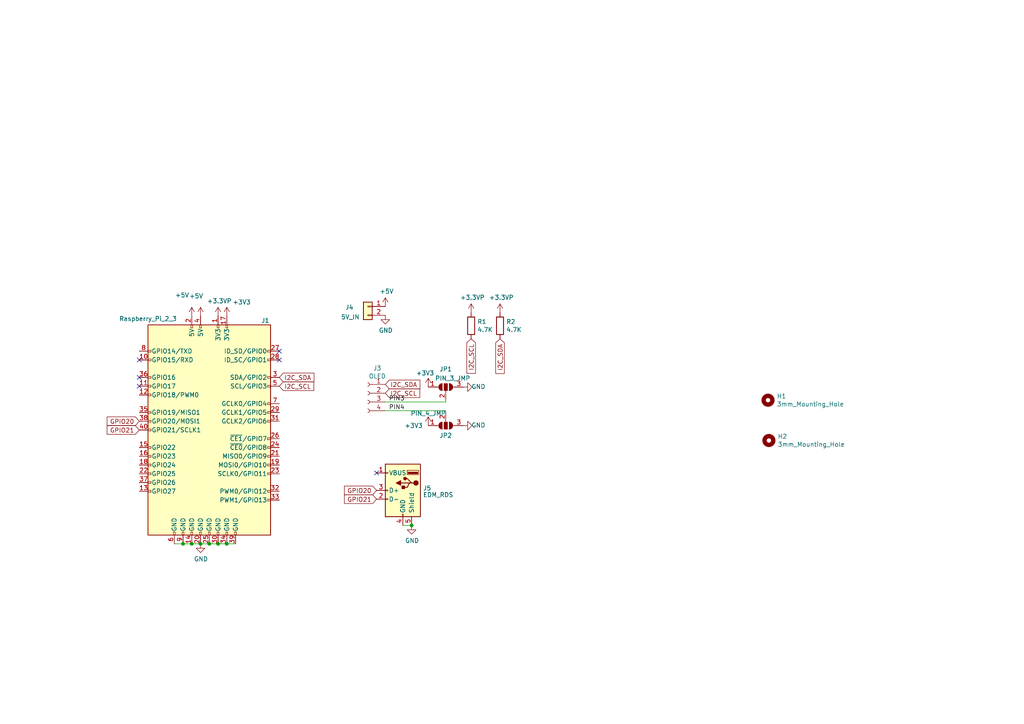
<source format=kicad_sch>
(kicad_sch (version 20230121) (generator eeschema)
  (paper "A4")
  (title_block (title "PiOLED") (date "2023-02-23") (rev "v3") (company "Scott Hanson"))
  (lib_symbols
    (symbol "Connector:Raspberry_Pi_2_3" (pin_names (offset 1.016))
      (property "Reference" "J" (at -17.78 31.75 0))
      (property "Value" "Raspberry_Pi_2_3" (at 10.16 -31.75 0))
      (symbol "Raspberry_Pi_2_3_0_1"
        (rectangle (start -17.78 30.48) (end 17.78 -30.48) (stroke (width 0.254)) (fill (type background)))
      )
      (symbol "Raspberry_Pi_2_3_1_1"
        (rectangle (start -16.891 -17.526) (end -17.78 -18.034))
        (rectangle (start -16.891 -14.986) (end -17.78 -15.494))
        (rectangle (start -16.891 -12.446) (end -17.78 -12.954))
        (rectangle (start -16.891 -9.906) (end -17.78 -10.414))
        (rectangle (start -16.891 -7.366) (end -17.78 -7.874))
        (rectangle (start -16.891 -4.826) (end -17.78 -5.334))
        (rectangle (start -16.891 0.254) (end -17.78 -0.254))
        (rectangle (start -16.891 2.794) (end -17.78 2.286))
        (rectangle (start -16.891 5.334) (end -17.78 4.826))
        (rectangle (start -16.891 10.414) (end -17.78 9.906))
        (rectangle (start -16.891 12.954) (end -17.78 12.446))
        (rectangle (start -16.891 15.494) (end -17.78 14.986))
        (rectangle (start -16.891 20.574) (end -17.78 20.066))
        (rectangle (start -16.891 23.114) (end -17.78 22.606))
        (rectangle (start -10.414 -29.591) (end -9.906 -30.48))
        (rectangle (start -7.874 -29.591) (end -7.366 -30.48))
        (rectangle (start -5.334 -29.591) (end -4.826 -30.48))
        (rectangle (start -5.334 30.48) (end -4.826 29.591))
        (rectangle (start -2.794 -29.591) (end -2.286 -30.48))
        (rectangle (start -2.794 30.48) (end -2.286 29.591))
        (rectangle (start -0.254 -29.591) (end 0.254 -30.48))
        (rectangle (start 2.286 -29.591) (end 2.794 -30.48))
        (rectangle (start 2.286 30.48) (end 2.794 29.591))
        (rectangle (start 4.826 -29.591) (end 5.334 -30.48))
        (rectangle (start 4.826 30.48) (end 5.334 29.591))
        (rectangle (start 7.366 -29.591) (end 7.874 -30.48))
        (rectangle (start 17.78 -20.066) (end 16.891 -20.574))
        (rectangle (start 17.78 -17.526) (end 16.891 -18.034))
        (rectangle (start 17.78 -12.446) (end 16.891 -12.954))
        (rectangle (start 17.78 -9.906) (end 16.891 -10.414))
        (rectangle (start 17.78 -7.366) (end 16.891 -7.874))
        (rectangle (start 17.78 -4.826) (end 16.891 -5.334))
        (rectangle (start 17.78 -2.286) (end 16.891 -2.794))
        (rectangle (start 17.78 2.794) (end 16.891 2.286))
        (rectangle (start 17.78 5.334) (end 16.891 4.826))
        (rectangle (start 17.78 7.874) (end 16.891 7.366))
        (rectangle (start 17.78 12.954) (end 16.891 12.446))
        (rectangle (start 17.78 15.494) (end 16.891 14.986))
        (rectangle (start 17.78 20.574) (end 16.891 20.066))
        (rectangle (start 17.78 23.114) (end 16.891 22.606))
        (pin power_in line (at 2.54 33.02 270) (length 2.54) (name "3V3") (number "1"))
        (pin bidirectional line (at -20.32 20.32 0) (length 2.54) (name "GPIO15/RXD") (number "10"))
        (pin bidirectional line (at -20.32 12.7 0) (length 2.54) (name "GPIO17") (number "11"))
        (pin bidirectional line (at -20.32 10.16 0) (length 2.54) (name "GPIO18/PWM0") (number "12"))
        (pin bidirectional line (at -20.32 -17.78 0) (length 2.54) (name "GPIO27") (number "13"))
        (pin power_in line (at -5.08 -33.02 90) (length 2.54) (name "GND") (number "14"))
        (pin bidirectional line (at -20.32 -5.08 0) (length 2.54) (name "GPIO22") (number "15"))
        (pin bidirectional line (at -20.32 -7.62 0) (length 2.54) (name "GPIO23") (number "16"))
        (pin power_in line (at 5.08 33.02 270) (length 2.54) (name "3V3") (number "17"))
        (pin bidirectional line (at -20.32 -10.16 0) (length 2.54) (name "GPIO24") (number "18"))
        (pin bidirectional line (at 20.32 -10.16 180) (length 2.54) (name "MOSI0/GPIO10") (number "19"))
        (pin power_in line (at -5.08 33.02 270) (length 2.54) (name "5V") (number "2"))
        (pin power_in line (at -2.54 -33.02 90) (length 2.54) (name "GND") (number "20"))
        (pin bidirectional line (at 20.32 -7.62 180) (length 2.54) (name "MISO0/GPIO9") (number "21"))
        (pin bidirectional line (at -20.32 -12.7 0) (length 2.54) (name "GPIO25") (number "22"))
        (pin bidirectional line (at 20.32 -12.7 180) (length 2.54) (name "SCLK0/GPIO11") (number "23"))
        (pin bidirectional line (at 20.32 -5.08 180) (length 2.54) (name "~{CE0}/GPIO8") (number "24"))
        (pin power_in line (at 0 -33.02 90) (length 2.54) (name "GND") (number "25"))
        (pin bidirectional line (at 20.32 -2.54 180) (length 2.54) (name "~{CE1}/GPIO7") (number "26"))
        (pin bidirectional line (at 20.32 22.86 180) (length 2.54) (name "ID_SD/GPIO0") (number "27"))
        (pin bidirectional line (at 20.32 20.32 180) (length 2.54) (name "ID_SC/GPIO1") (number "28"))
        (pin bidirectional line (at 20.32 5.08 180) (length 2.54) (name "GCLK1/GPIO5") (number "29"))
        (pin bidirectional line (at 20.32 15.24 180) (length 2.54) (name "SDA/GPIO2") (number "3"))
        (pin power_in line (at 2.54 -33.02 90) (length 2.54) (name "GND") (number "30"))
        (pin bidirectional line (at 20.32 2.54 180) (length 2.54) (name "GCLK2/GPIO6") (number "31"))
        (pin bidirectional line (at 20.32 -17.78 180) (length 2.54) (name "PWM0/GPIO12") (number "32"))
        (pin bidirectional line (at 20.32 -20.32 180) (length 2.54) (name "PWM1/GPIO13") (number "33"))
        (pin power_in line (at 5.08 -33.02 90) (length 2.54) (name "GND") (number "34"))
        (pin bidirectional line (at -20.32 5.08 0) (length 2.54) (name "GPIO19/MISO1") (number "35"))
        (pin bidirectional line (at -20.32 15.24 0) (length 2.54) (name "GPIO16") (number "36"))
        (pin bidirectional line (at -20.32 -15.24 0) (length 2.54) (name "GPIO26") (number "37"))
        (pin bidirectional line (at -20.32 2.54 0) (length 2.54) (name "GPIO20/MOSI1") (number "38"))
        (pin power_in line (at 7.62 -33.02 90) (length 2.54) (name "GND") (number "39"))
        (pin power_in line (at -2.54 33.02 270) (length 2.54) (name "5V") (number "4"))
        (pin bidirectional line (at -20.32 0 0) (length 2.54) (name "GPIO21/SCLK1") (number "40"))
        (pin bidirectional line (at 20.32 12.7 180) (length 2.54) (name "SCL/GPIO3") (number "5"))
        (pin power_in line (at -10.16 -33.02 90) (length 2.54) (name "GND") (number "6"))
        (pin bidirectional line (at 20.32 7.62 180) (length 2.54) (name "GCLK0/GPIO4") (number "7"))
        (pin bidirectional line (at -20.32 22.86 0) (length 2.54) (name "GPIO14/TXD") (number "8"))
        (pin power_in line (at -7.62 -33.02 90) (length 2.54) (name "GND") (number "9"))
      )
    )
    (symbol "Connector:USB_A" (pin_names (offset 1.016))
      (property "Reference" "J" (at -5.08 11.43 0))
      (property "Value" "USB_A" (at -5.08 8.89 0))
      (symbol "USB_A_0_1"
        (rectangle (start -5.08 -7.62) (end 5.08 7.62) (stroke (width 0.254)) (fill (type background)))
        (circle (center -3.81 2.159) (radius 0.635) (stroke (width 0.254)) (fill (type outline)))
        (rectangle (start -1.524 4.826) (end -4.318 5.334) (fill (type outline)))
        (rectangle (start -1.27 4.572) (end -4.572 5.842))
        (circle (center -0.635 3.429) (radius 0.381) (stroke (width 0.254)) (fill (type outline)))
        (rectangle (start -0.127 -7.62) (end 0.127 -6.858))
        (polyline (pts (xy -3.175 2.159) (xy -2.54 2.159) (xy -1.27 3.429) (xy -0.635 3.429)) (stroke (width 0.254)))
        (polyline (pts (xy -2.54 2.159) (xy -1.905 2.159) (xy -1.27 0.889) (xy 0 0.889)) (stroke (width 0.254)))
        (polyline (pts (xy 0.635 2.794) (xy 0.635 1.524) (xy 1.905 2.159) (xy 0.635 2.794)) (stroke (width 0.254)) (fill (type outline)))
        (rectangle (start 0.254 1.27) (end -0.508 0.508) (stroke (width 0.254)) (fill (type outline)))
        (rectangle (start 5.08 -2.667) (end 4.318 -2.413))
        (rectangle (start 5.08 -0.127) (end 4.318 0.127))
        (rectangle (start 5.08 4.953) (end 4.318 5.207))
      )
      (symbol "USB_A_1_1"
        (polyline (pts (xy -1.905 2.159) (xy 0.635 2.159)) (stroke (width 0.254)))
        (pin power_in line (at 7.62 5.08 180) (length 2.54) (name "VBUS") (number "1"))
        (pin bidirectional line (at 7.62 -2.54 180) (length 2.54) (name "D-") (number "2"))
        (pin bidirectional line (at 7.62 0 180) (length 2.54) (name "D+") (number "3"))
        (pin power_in line (at 0 -10.16 90) (length 2.54) (name "GND") (number "4"))
        (pin passive line (at -2.54 -10.16 90) (length 2.54) (name "Shield") (number "5"))
      )
    )
    (symbol "Connector_Generic:Conn_01x02" (pin_names (offset 1.016) hide)
      (property "Reference" "J" (at 0 2.54 0))
      (property "Value" "Conn_01x02" (at 0 -5.08 0))
      (symbol "Conn_01x02_1_1"
        (rectangle (start -1.27 -2.413) (end 0 -2.667) (stroke (width 0.1524)))
        (rectangle (start -1.27 0.127) (end 0 -0.127) (stroke (width 0.1524)))
        (rectangle (start -1.27 1.27) (end 1.27 -3.81) (stroke (width 0.254)) (fill (type background)))
        (pin passive line (at -5.08 0 0) (length 3.81) (name "Pin_1") (number "1"))
        (pin passive line (at -5.08 -2.54 0) (length 3.81) (name "Pin_2") (number "2"))
      )
    )
    (symbol "Device:R" (pin_numbers hide) (pin_names (offset 0))
      (property "Reference" "R" (at 2.032 0 90))
      (property "Value" "R" (at 0 0 90))
      (symbol "R_0_1"
        (rectangle (start -1.016 -2.54) (end 1.016 2.54) (stroke (width 0.254)))
      )
      (symbol "R_1_1"
        (pin passive line (at 0 3.81 270) (length 1.27) (name "~") (number "1"))
        (pin passive line (at 0 -3.81 90) (length 1.27) (name "~") (number "2"))
      )
    )
    (symbol "Mechanical:MountingHole" (pin_names (offset 1.016))
      (property "Reference" "H" (at 0 5.08 0))
      (property "Value" "MountingHole" (at 0 3.175 0))
      (symbol "MountingHole_0_1"
        (circle (center 0 0) (radius 1.27) (stroke (width 1.27)))
      )
    )
    (symbol "PiOled-rescue:+3.3V-power" (power) (pin_names (offset 0))
      (property "Value" "+3.3V-power" (at 0 3.556 0))
      (symbol "+3.3V-power_0_1"
        (polyline (pts (xy -0.762 1.27) (xy 0 2.54)))
        (polyline (pts (xy 0 0) (xy 0 2.54)))
        (polyline (pts (xy 0 2.54) (xy 0.762 1.27)))
      )
      (symbol "+3.3V-power_1_1"
        (pin power_in line (at 0 0 90) (length 0) hide (name "+3V3") (number "1"))
      )
    )
    (symbol "PiOled-rescue:Conn_01x04_Female-Connector" (pin_names (offset 1.016) hide)
      (property "Reference" "J" (at 0 5.08 0))
      (property "Value" "Connector_Conn_01x04_Female" (at 0 -7.62 0))
      (symbol "Conn_01x04_Female-Connector_1_1"
        (arc (start 0 -4.572) (mid -0.5058 -5.08) (end 0 -5.588) (stroke (width 0.1524)))
        (arc (start 0 -2.032) (mid -0.5058 -2.54) (end 0 -3.048) (stroke (width 0.1524)))
        (polyline (pts (xy -1.27 -5.08) (xy -0.508 -5.08)) (stroke (width 0.1524)))
        (polyline (pts (xy -1.27 -2.54) (xy -0.508 -2.54)) (stroke (width 0.1524)))
        (polyline (pts (xy -1.27 0) (xy -0.508 0)) (stroke (width 0.1524)))
        (polyline (pts (xy -1.27 2.54) (xy -0.508 2.54)) (stroke (width 0.1524)))
        (arc (start 0 0.508) (mid -0.5058 0) (end 0 -0.508) (stroke (width 0.1524)))
        (arc (start 0 3.048) (mid -0.5058 2.54) (end 0 2.032) (stroke (width 0.1524)))
        (pin passive line (at -5.08 2.54 0) (length 3.81) (name "Pin_1") (number "1"))
        (pin passive line (at -5.08 0 0) (length 3.81) (name "Pin_2") (number "2"))
        (pin passive line (at -5.08 -2.54 0) (length 3.81) (name "Pin_3") (number "3"))
        (pin passive line (at -5.08 -5.08 0) (length 3.81) (name "Pin_4") (number "4"))
      )
    )
    (symbol "PiOled-rescue:SolderJumper_3_Open-Jumper" (pin_names (offset 0) hide)
      (property "Reference" "JP" (at -2.54 -2.54 0))
      (property "Value" "Jumper_SolderJumper_3_Open" (at 0 2.794 0))
      (symbol "SolderJumper_3_Open-Jumper_0_1"
        (arc (start -1.016 1.016) (mid -2.0276 0) (end -1.016 -1.016))
        (arc (start -1.016 1.016) (mid -2.0276 0) (end -1.016 -1.016) (fill (type outline)))
        (rectangle (start -0.508 1.016) (end 0.508 -1.016) (fill (type outline)))
        (polyline (pts (xy -2.54 0) (xy -2.032 0)))
        (polyline (pts (xy -1.016 1.016) (xy -1.016 -1.016)))
        (polyline (pts (xy 0 -1.27) (xy 0 -1.016)))
        (polyline (pts (xy 1.016 1.016) (xy 1.016 -1.016)))
        (polyline (pts (xy 2.54 0) (xy 2.032 0)))
        (arc (start 1.016 -1.016) (mid 2.0276 0) (end 1.016 1.016))
        (arc (start 1.016 -1.016) (mid 2.0276 0) (end 1.016 1.016) (fill (type outline)))
      )
      (symbol "SolderJumper_3_Open-Jumper_1_1"
        (pin passive line (at -5.08 0 0) (length 2.54) (name "A") (number "1"))
        (pin input line (at 0 -3.81 90) (length 2.54) (name "C") (number "2"))
        (pin passive line (at 5.08 0 180) (length 2.54) (name "B") (number "3"))
      )
    )
    (symbol "power:+3.3VP" (power) (pin_names (offset 0))
      (property "Value" "+3.3VP" (at 0 2.54 0))
      (symbol "+3.3VP_0_0"
        (pin power_in line (at 0 0 90) (length 0) hide (name "+3.3VP") (number "1"))
      )
      (symbol "+3.3VP_0_1"
        (polyline (pts (xy -0.762 1.27) (xy 0 2.54)))
        (polyline (pts (xy 0 0) (xy 0 2.54)))
        (polyline (pts (xy 0 2.54) (xy 0.762 1.27)))
      )
    )
    (symbol "power:+5V" (power) (pin_names (offset 0))
      (property "Value" "+5V" (at 0 3.556 0))
      (symbol "+5V_0_1"
        (polyline (pts (xy -0.762 1.27) (xy 0 2.54)))
        (polyline (pts (xy 0 0) (xy 0 2.54)))
        (polyline (pts (xy 0 2.54) (xy 0.762 1.27)))
      )
      (symbol "+5V_1_1"
        (pin power_in line (at 0 0 90) (length 0) hide (name "+5V") (number "1"))
      )
    )
    (symbol "power:GND" (power) (pin_names (offset 0))
      (property "Value" "GND" (at 0 -3.81 0))
      (symbol "GND_0_1"
        (polyline (pts (xy 0 0) (xy 0 -1.27) (xy 1.27 -1.27) (xy 0 -2.54) (xy -1.27 -1.27) (xy 0 -1.27)))
      )
      (symbol "GND_1_1"
        (pin power_in line (at 0 0 270) (length 0) hide (name "GND") (number "1"))
      )
    )
  )
  (junction (at 58.166 157.734))
  (junction (at 55.626 157.734))
  (junction (at 63.246 157.734))
  (junction (at 53.086 157.734))
  (junction (at 60.706 157.734))
  (junction (at 65.786 157.734))
  (junction (at 119.38 152.4))
  (no_connect (at 81.026 101.854))
  (no_connect (at 40.386 104.394))
  (no_connect (at 40.386 109.474))
  (no_connect (at 81.026 104.394))
  (no_connect (at 40.386 112.014))
  (no_connect (at 109.22 137.16))
  (wire (pts (xy 60.706 157.734) (xy 58.166 157.734)))
  (wire (pts (xy 55.626 157.734) (xy 53.086 157.734)))
  (wire (pts (xy 116.84 152.4) (xy 119.38 152.4)))
  (wire (pts (xy 65.786 157.734) (xy 63.246 157.734)))
  (wire (pts (xy 58.166 157.734) (xy 55.626 157.734)))
  (wire (pts (xy 111.76 119.126) (xy 129.286 119.126)))
  (wire (pts (xy 111.76 116.586) (xy 129.286 116.586)))
  (wire (pts (xy 129.286 119.126) (xy 129.286 119.634)))
  (wire (pts (xy 129.286 116.586) (xy 129.286 116.078)))
  (wire (pts (xy 63.246 157.734) (xy 60.706 157.734)))
  (wire (pts (xy 53.086 157.734) (xy 50.546 157.734)))
  (wire (pts (xy 68.326 157.734) (xy 65.786 157.734)))
  (label "PIN4" (at 112.776 119.126 0))
  (label "PIN3" (at 112.776 116.586 0))
  (global_label "I2C_SCL" (shape input) (at 136.652 98.298 270) (property "Intersheetrefs" "${INTERSHEET_REFS}" (effects hide)))
  (global_label "I2C_SDA" (shape input) (at 81.026 109.474 0) (property "Intersheetrefs" "${INTERSHEET_REFS}" (effects hide)))
  (global_label "GPIO20" (shape input) (at 109.22 142.24 180) (property "Intersheetrefs" "${INTERSHEET_REFS}" (effects hide)))
  (global_label "GPIO21" (shape input) (at 40.386 124.714 180) (property "Intersheetrefs" "${INTERSHEET_REFS}" (effects hide)))
  (global_label "I2C_SCL" (shape input) (at 111.76 114.046 0) (property "Intersheetrefs" "${INTERSHEET_REFS}" (effects hide)))
  (global_label "GPIO20" (shape input) (at 40.386 122.174 180) (property "Intersheetrefs" "${INTERSHEET_REFS}" (effects hide)))
  (global_label "GPIO21" (shape input) (at 109.22 144.78 180) (property "Intersheetrefs" "${INTERSHEET_REFS}" (effects hide)))
  (global_label "I2C_SDA" (shape input) (at 145.034 98.298 270) (property "Intersheetrefs" "${INTERSHEET_REFS}" (effects hide)))
  (global_label "I2C_SCL" (shape input) (at 81.026 112.014 0) (property "Intersheetrefs" "${INTERSHEET_REFS}" (effects hide)))
  (global_label "I2C_SDA" (shape input) (at 111.76 111.506 0) (property "Intersheetrefs" "${INTERSHEET_REFS}" (effects hide)))
  (symbol (lib_id "Connector:Raspberry_Pi_2_3") (at 60.706 124.714 0) (unit 1)
    (property "Reference" "J1" (at 76.962 92.964 0))
    (property "Value" "Raspberry_Pi_2_3" (at 42.926 92.456 0))
    (property "Footprint" "Connector_PinSocket_2.54mm:PinSocket_2x20_P2.54mm_Vertical" (effects hide))
    (property "Datasheet" "https://www.raspberrypi.org/documentation/hardware/raspberrypi/schematics/rpi_SCH_3bplus_1p0_reduced.pdf" (effects hide))
    (property "Digi-Key_PN" "S7123-ND" (effects hide))
    (property "MPN" "PPPC202LFBN-RC" (effects hide))
  )
  (symbol (lib_id "Mechanical:MountingHole") (at 222.758 116.078 0) (unit 1)
    (property "Reference" "H1" (at 225.298 114.9096 0) (effects (justify left)))
    (property "Value" "3mm_Mounting_Hole" (at 225.298 117.221 0) (effects (justify left)))
    (property "Footprint" "MountingHole:MountingHole_3mm" (effects hide))
  )
  (symbol (lib_id "Mechanical:MountingHole") (at 223.012 127.762 0) (unit 1)
    (property "Reference" "H2" (at 225.552 126.5936 0) (effects (justify left)))
    (property "Value" "3mm_Mounting_Hole" (at 225.552 128.905 0) (effects (justify left)))
    (property "Footprint" "MountingHole:MountingHole_3mm" (effects hide))
  )
  (symbol (lib_id "PiOled-rescue:+3.3V-power") (at 65.786 91.694 0) (unit 1)
    (property "Reference" "#PWR05" (effects hide))
    (property "Value" "+3.3V" (at 70.104 87.63 0))
  )
  (symbol (lib_id "Connector_Generic:Conn_01x02") (at 106.68 88.9 0) (mirror y) (unit 1)
    (property "Reference" "J4" (at 101.346 89.154 0))
    (property "Value" "5V_IN" (at 101.6 91.948 0))
    (property "Footprint" "TerminalBlock_Phoenix:TerminalBlock_Phoenix_MKDS-1,5-2_1x02_P5.00mm_Horizontal" (effects hide))
    (property "Digi-Key_PN" "OSTT7020150" (effects hide))
    (property "MPN" "ED2675-ND" (effects hide))
  )
  (symbol (lib_id "power:GND") (at 111.76 91.44 0) (unit 1)
    (property "Reference" "#PWR09" (effects hide))
    (property "Value" "GND" (at 111.887 95.8342 0))
  )
  (symbol (lib_id "power:+5V") (at 55.626 91.694 0) (unit 1)
    (property "Reference" "#PWR01" (effects hide))
    (property "Value" "+5V" (at 52.832 85.598 0))
  )
  (symbol (lib_id "power:+5V") (at 58.166 91.694 0) (unit 1)
    (property "Reference" "#PWR02" (effects hide))
    (property "Value" "+5V" (at 56.896 85.852 0))
  )
  (symbol (lib_id "power:GND") (at 58.166 157.734 0) (unit 1)
    (property "Reference" "#PWR03" (effects hide))
    (property "Value" "GND" (at 58.293 162.1282 0))
  )
  (symbol (lib_id "PiOled-rescue:Conn_01x04_Female-Connector") (at 106.68 114.046 0) (mirror y) (unit 1)
    (property "Reference" "J3" (at 109.4232 106.807 0))
    (property "Value" "OLED" (at 109.4232 109.1184 0))
    (property "Footprint" "Connector_PinSocket_2.54mm:PinSocket_1x04_P2.54mm_Vertical" (effects hide))
    (property "Digi-Key_PN" "S7002-ND" (effects hide))
    (property "MPN" "PPTC041LFBN-RC" (effects hide))
  )
  (symbol (lib_id "power:GND") (at 134.366 123.444 90) (unit 1)
    (property "Reference" "#PWR013" (effects hide))
    (property "Value" "GND" (at 138.7602 123.317 90))
  )
  (symbol (lib_id "power:+5V") (at 111.76 88.9 0) (unit 1)
    (property "Reference" "#PWR08" (effects hide))
    (property "Value" "+5V" (at 112.141 84.5058 0))
  )
  (symbol (lib_id "PiOled-rescue:SolderJumper_3_Open-Jumper") (at 129.286 112.268 0) (unit 1)
    (property "Reference" "JP1" (at 129.286 107.061 0))
    (property "Value" "PIN_3_JMP" (at 131.318 109.728 0))
    (property "Footprint" "Jumper:SolderJumper-3_P1.3mm_Open_Pad1.0x1.5mm" (effects hide))
  )
  (symbol (lib_id "PiOled-rescue:SolderJumper_3_Open-Jumper") (at 129.286 123.444 0) (mirror x) (unit 1)
    (property "Reference" "JP2" (at 129.286 126.3142 0))
    (property "Value" "PIN_4_JMP" (at 124.206 119.888 0))
    (property "Footprint" "Jumper:SolderJumper-3_P1.3mm_Open_Pad1.0x1.5mm" (effects hide))
  )
  (symbol (lib_id "power:GND") (at 134.366 112.268 90) (unit 1)
    (property "Reference" "#PWR012" (effects hide))
    (property "Value" "GND" (at 138.7602 112.141 90))
  )
  (symbol (lib_id "PiOled-rescue:+3.3V-power") (at 124.206 112.268 0) (unit 1)
    (property "Reference" "#PWR010" (effects hide))
    (property "Value" "+3.3V" (at 120.65 108.204 0) (effects (justify left)))
  )
  (symbol (lib_id "PiOled-rescue:+3.3V-power") (at 124.206 123.444 0) (unit 1)
    (property "Reference" "#PWR011" (effects hide))
    (property "Value" "+3.3V" (at 117.348 123.444 0) (effects (justify left)))
  )
  (symbol (lib_id "Device:R") (at 136.652 94.488 0) (unit 1)
    (property "Reference" "R1" (at 138.43 93.3196 0) (effects (justify left)))
    (property "Value" "4.7K" (at 138.43 95.631 0) (effects (justify left)))
    (property "Footprint" "Resistor_SMD:R_0805_2012Metric_Pad1.20x1.40mm_HandSolder" (effects hide))
  )
  (symbol (lib_id "Device:R") (at 145.034 94.488 0) (unit 1)
    (property "Reference" "R2" (at 146.812 93.3196 0) (effects (justify left)))
    (property "Value" "4.7K" (at 146.812 95.631 0) (effects (justify left)))
    (property "Footprint" "Resistor_SMD:R_0805_2012Metric_Pad1.20x1.40mm_HandSolder" (effects hide))
  )
  (symbol (lib_id "power:+3.3VP") (at 63.246 91.694 0) (unit 1)
    (property "Reference" "#PWR04" (effects hide))
    (property "Value" "+3.3VP" (at 63.627 87.2998 0))
  )
  (symbol (lib_id "power:+3.3VP") (at 145.034 90.678 0) (unit 1)
    (property "Reference" "#PWR015" (effects hide))
    (property "Value" "+3.3VP" (at 145.415 86.2838 0))
  )
  (symbol (lib_id "power:+3.3VP") (at 136.652 90.678 0) (unit 1)
    (property "Reference" "#PWR014" (effects hide))
    (property "Value" "+3.3VP" (at 137.033 86.2838 0))
  )
  (symbol (lib_id "Connector:USB_A") (at 116.84 142.24 0) (mirror y) (unit 1)
    (property "Reference" "J5" (at 122.682 141.5963 0) (effects (justify right)))
    (property "Value" "EDM_RDS" (at 122.682 143.5173 0) (effects (justify right)))
    (property "Footprint" "Connector_USB:USB_A_Molex_67643_Horizontal" (effects hide))
    (property "Datasheet" " ~" (effects hide))
  )
  (symbol (lib_id "power:GND") (at 119.38 152.4 0) (unit 1)
    (property "Reference" "#PWR016" (effects hide))
    (property "Value" "GND" (at 119.507 156.7942 0))
  )
)
</source>
